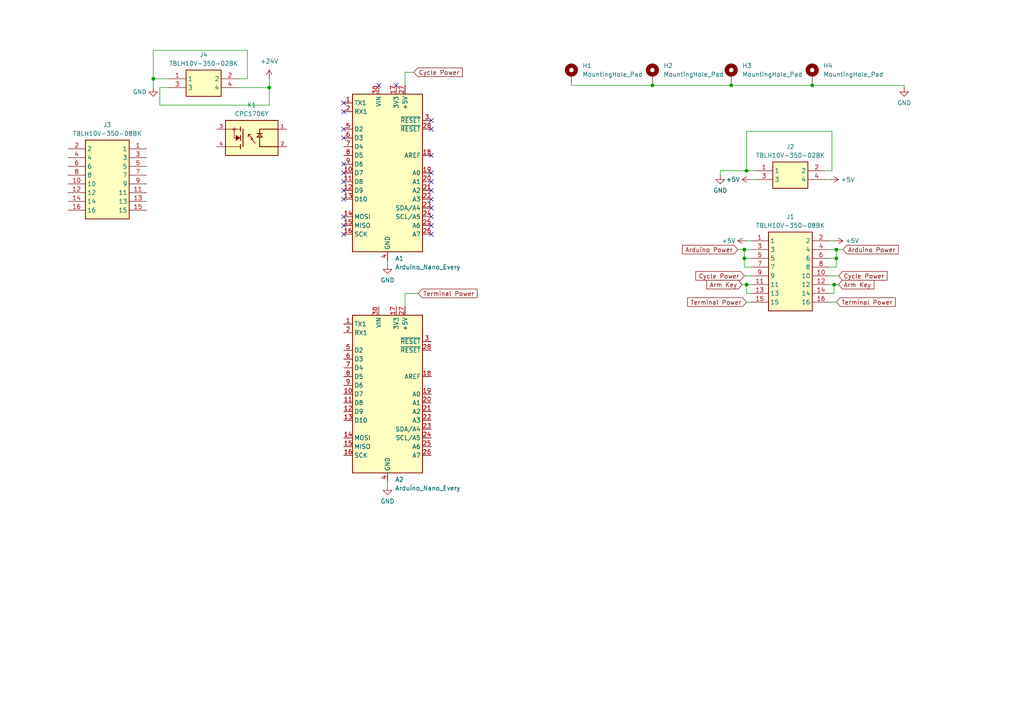
<source format=kicad_sch>
(kicad_sch (version 20230121) (generator eeschema)
  (paper "A4")
  (lib_symbols
    (symbol "CPC1706Y:CPC1706Y" (pin_names (offset 1.016))
      (property "Reference" "K" (at -7.62 5.715 0))
      (property "Value" "CPC1706Y" (at -7.62 -7.62 0))
      (symbol "CPC1706Y_0_0"
        (rectangle (start -7.62 -5.08) (end 7.62 5.08) (stroke (width 0.254)) (fill (type background)))
        (polyline (pts (xy -7.62 2.54) (xy -2.286 2.54)) (stroke (width 0.254)))
        (polyline (pts (xy -3.048 -1.27) (xy -1.524 -1.27)) (stroke (width 0.254)))
        (polyline (pts (xy -3.048 -0.254) (xy -2.286 -1.016)) (stroke (width 0.254)))
        (polyline (pts (xy -2.286 -2.54) (xy -7.62 -2.54)) (stroke (width 0.254)))
        (polyline (pts (xy -2.286 -1.27) (xy -2.286 -2.54)) (stroke (width 0.254)))
        (polyline (pts (xy -2.286 -1.016) (xy -1.524 -0.254)) (stroke (width 0.254)))
        (polyline (pts (xy -2.286 -0.254) (xy -3.048 -0.254)) (stroke (width 0.254)))
        (polyline (pts (xy -2.286 -0.254) (xy -1.524 -0.254)) (stroke (width 0.254)))
        (polyline (pts (xy -2.286 2.54) (xy -2.286 -0.254)) (stroke (width 0.254)))
        (polyline (pts (xy -1.016 1.524) (xy 0.254 0.254)) (stroke (width 0.2032)))
        (polyline (pts (xy -0.254 0.254) (xy 1.016 -1.016)) (stroke (width 0.2032)))
        (polyline (pts (xy 0.254 0.254) (xy -0.254 0.254)) (stroke (width 0.2032)))
        (polyline (pts (xy 1.016 -1.016) (xy 0.254 -1.016)) (stroke (width 0.2032)))
        (polyline (pts (xy 1.016 -1.016) (xy 1.016 -0.254)) (stroke (width 0.2032)))
        (polyline (pts (xy 2.54 2.54) (xy 2.54 -2.54)) (stroke (width 0.254)))
        (polyline (pts (xy 3.302 -2.54) (xy 3.302 -3.175)) (stroke (width 0.254)))
        (polyline (pts (xy 3.302 -1.905) (xy 3.302 -2.54)) (stroke (width 0.254)))
        (polyline (pts (xy 3.302 0) (xy 3.302 -0.762)) (stroke (width 0.254)))
        (polyline (pts (xy 3.302 0) (xy 5.08 0)) (stroke (width 0.1524)))
        (polyline (pts (xy 3.302 0.762) (xy 3.302 0)) (stroke (width 0.254)))
        (polyline (pts (xy 3.302 2.54) (xy 3.302 1.905)) (stroke (width 0.254)))
        (polyline (pts (xy 3.302 2.54) (xy 7.62 2.54)) (stroke (width 0.1524)))
        (polyline (pts (xy 3.302 3.175) (xy 3.302 2.54)) (stroke (width 0.254)))
        (polyline (pts (xy 5.08 -2.54) (xy 3.302 -2.54)) (stroke (width 0.1524)))
        (polyline (pts (xy 5.08 -2.54) (xy 7.62 -2.54)) (stroke (width 0.1524)))
        (polyline (pts (xy 5.08 0) (xy 5.08 -2.54)) (stroke (width 0.1524)))
        (polyline (pts (xy 3.556 0) (xy 4.572 0.762) (xy 4.572 -0.762) (xy 3.556 0)) (stroke (width 0.1524)) (fill (type outline)))
        (circle (center 5.08 -2.54) (radius 0.3592))
        (pin passive line (at -10.16 -2.54 0) (length 2.54) (name "~") (number "1"))
        (pin passive line (at -10.16 2.54 0) (length 2.54) (name "~") (number "2"))
        (pin passive line (at 10.16 -2.54 180) (length 2.54) (name "~") (number "3"))
        (pin passive line (at 10.16 2.54 180) (length 2.54) (name "~") (number "4"))
      )
    )
    (symbol "MCU_Module:Arduino_Nano_Every"
      (property "Reference" "A" (at -10.16 23.495 0))
      (property "Value" "Arduino_Nano_Every" (at 5.08 -24.13 0))
      (symbol "Arduino_Nano_Every_0_1"
        (rectangle (start -10.16 22.86) (end 10.16 -22.86) (stroke (width 0.254)) (fill (type background)))
      )
      (symbol "Arduino_Nano_Every_1_1"
        (pin bidirectional line (at -12.7 20.32 0) (length 2.54) (name "TX1") (number "1"))
        (pin bidirectional line (at -12.7 0 0) (length 2.54) (name "D7") (number "10"))
        (pin bidirectional line (at -12.7 -2.54 0) (length 2.54) (name "D8") (number "11"))
        (pin bidirectional line (at -12.7 -5.08 0) (length 2.54) (name "D9") (number "12"))
        (pin bidirectional line (at -12.7 -7.62 0) (length 2.54) (name "D10") (number "13"))
        (pin bidirectional line (at -12.7 -12.7 0) (length 2.54) (name "MOSI") (number "14"))
        (pin bidirectional line (at -12.7 -15.24 0) (length 2.54) (name "MISO") (number "15"))
        (pin bidirectional line (at -12.7 -17.78 0) (length 2.54) (name "SCK") (number "16"))
        (pin power_out line (at 2.54 25.4 270) (length 2.54) (name "3V3") (number "17"))
        (pin input line (at 12.7 5.08 180) (length 2.54) (name "AREF") (number "18"))
        (pin bidirectional line (at 12.7 0 180) (length 2.54) (name "A0") (number "19"))
        (pin bidirectional line (at -12.7 17.78 0) (length 2.54) (name "RX1") (number "2"))
        (pin bidirectional line (at 12.7 -2.54 180) (length 2.54) (name "A1") (number "20"))
        (pin bidirectional line (at 12.7 -5.08 180) (length 2.54) (name "A2") (number "21"))
        (pin bidirectional line (at 12.7 -7.62 180) (length 2.54) (name "A3") (number "22"))
        (pin bidirectional line (at 12.7 -10.16 180) (length 2.54) (name "SDA/A4") (number "23"))
        (pin bidirectional line (at 12.7 -12.7 180) (length 2.54) (name "SCL/A5") (number "24"))
        (pin bidirectional line (at 12.7 -15.24 180) (length 2.54) (name "A6") (number "25"))
        (pin bidirectional line (at 12.7 -17.78 180) (length 2.54) (name "A7") (number "26"))
        (pin power_out line (at 5.08 25.4 270) (length 2.54) (name "+5V") (number "27"))
        (pin input line (at 12.7 12.7 180) (length 2.54) (name "~{RESET}") (number "28"))
        (pin passive line (at 0 -25.4 90) (length 2.54) hide (name "GND") (number "29"))
        (pin input line (at 12.7 15.24 180) (length 2.54) (name "~{RESET}") (number "3"))
        (pin power_in line (at -2.54 25.4 270) (length 2.54) (name "VIN") (number "30"))
        (pin power_in line (at 0 -25.4 90) (length 2.54) (name "GND") (number "4"))
        (pin bidirectional line (at -12.7 12.7 0) (length 2.54) (name "D2") (number "5"))
        (pin bidirectional line (at -12.7 10.16 0) (length 2.54) (name "D3") (number "6"))
        (pin bidirectional line (at -12.7 7.62 0) (length 2.54) (name "D4") (number "7"))
        (pin bidirectional line (at -12.7 5.08 0) (length 2.54) (name "D5") (number "8"))
        (pin bidirectional line (at -12.7 2.54 0) (length 2.54) (name "D6") (number "9"))
      )
    )
    (symbol "Mechanical:MountingHole_Pad" (pin_numbers hide) (pin_names (offset 1.016) hide)
      (property "Reference" "H" (at 0 6.35 0))
      (property "Value" "MountingHole_Pad" (at 0 4.445 0))
      (symbol "MountingHole_Pad_0_1"
        (circle (center 0 1.27) (radius 1.27) (stroke (width 1.27)))
      )
      (symbol "MountingHole_Pad_1_1"
        (pin input line (at 0 -2.54 90) (length 2.54) (name "1") (number "1"))
      )
    )
    (symbol "TBLH10V-350-02BK:TBLH10V-350-02BK"
      (property "Reference" "J" (at 16.51 7.62 0))
      (property "Value" "TBLH10V-350-02BK" (at 16.51 5.08 0))
      (symbol "TBLH10V-350-02BK_1_1"
        (rectangle (start 5.08 2.54) (end 15.24 -5.08) (stroke (width 0.254)) (fill (type background)))
        (pin passive line (at 0 0 0) (length 5.08) (name "1") (number "1"))
        (pin passive line (at 20.32 0 180) (length 5.08) (name "2") (number "2"))
        (pin passive line (at 0 -2.54 0) (length 5.08) (name "3") (number "3"))
        (pin passive line (at 20.32 -2.54 180) (length 5.08) (name "4") (number "4"))
      )
    )
    (symbol "TBLH10V-350-08BK:TBLH10V-350-08BK"
      (property "Reference" "J" (at 19.05 7.62 0))
      (property "Value" "TBLH10V-350-08BK" (at 19.05 5.08 0))
      (symbol "TBLH10V-350-08BK_1_1"
        (rectangle (start 5.08 2.54) (end 17.78 -20.32) (stroke (width 0.254)) (fill (type background)))
        (pin passive line (at 0 0 0) (length 5.08) (name "1") (number "1"))
        (pin passive line (at 22.86 -10.16 180) (length 5.08) (name "10") (number "10"))
        (pin passive line (at 0 -12.7 0) (length 5.08) (name "11") (number "11"))
        (pin passive line (at 22.86 -12.7 180) (length 5.08) (name "12") (number "12"))
        (pin passive line (at 0 -15.24 0) (length 5.08) (name "13") (number "13"))
        (pin passive line (at 22.86 -15.24 180) (length 5.08) (name "14") (number "14"))
        (pin passive line (at 0 -17.78 0) (length 5.08) (name "15") (number "15"))
        (pin passive line (at 22.86 -17.78 180) (length 5.08) (name "16") (number "16"))
        (pin passive line (at 22.86 0 180) (length 5.08) (name "2") (number "2"))
        (pin passive line (at 0 -2.54 0) (length 5.08) (name "3") (number "3"))
        (pin passive line (at 22.86 -2.54 180) (length 5.08) (name "4") (number "4"))
        (pin passive line (at 0 -5.08 0) (length 5.08) (name "5") (number "5"))
        (pin passive line (at 22.86 -5.08 180) (length 5.08) (name "6") (number "6"))
        (pin passive line (at 0 -7.62 0) (length 5.08) (name "7") (number "7"))
        (pin passive line (at 22.86 -7.62 180) (length 5.08) (name "8") (number "8"))
        (pin passive line (at 0 -10.16 0) (length 5.08) (name "9") (number "9"))
      )
    )
    (symbol "power:+24V" (power) (pin_names (offset 0))
      (property "Value" "+24V" (at 0 3.556 0))
      (symbol "+24V_0_1"
        (polyline (pts (xy -0.762 1.27) (xy 0 2.54)))
        (polyline (pts (xy 0 0) (xy 0 2.54)))
        (polyline (pts (xy 0 2.54) (xy 0.762 1.27)))
      )
      (symbol "+24V_1_1"
        (pin power_in line (at 0 0 90) (length 0) hide (name "+24V") (number "1"))
      )
    )
    (symbol "power:+5V" (power) (pin_names (offset 0))
      (property "Value" "+5V" (at 0 3.556 0))
      (symbol "+5V_0_1"
        (polyline (pts (xy -0.762 1.27) (xy 0 2.54)))
        (polyline (pts (xy 0 0) (xy 0 2.54)))
        (polyline (pts (xy 0 2.54) (xy 0.762 1.27)))
      )
      (symbol "+5V_1_1"
        (pin power_in line (at 0 0 90) (length 0) hide (name "+5V") (number "1"))
      )
    )
    (symbol "power:GND" (power) (pin_names (offset 0))
      (property "Value" "GND" (at 0 -3.81 0))
      (symbol "GND_0_1"
        (polyline (pts (xy 0 0) (xy 0 -1.27) (xy 1.27 -1.27) (xy 0 -2.54) (xy -1.27 -1.27) (xy 0 -1.27)))
      )
      (symbol "GND_1_1"
        (pin power_in line (at 0 0 270) (length 0) hide (name "GND") (number "1"))
      )
    )
  )
  (junction (at 44.45 22.86))
  (junction (at 241.935 82.55))
  (junction (at 216.535 49.53))
  (junction (at 242.57 72.39))
  (junction (at 78.105 25.4))
  (junction (at 215.9 72.39))
  (junction (at 242.57 74.93))
  (junction (at 235.585 24.765))
  (junction (at 212.09 24.765))
  (junction (at 215.9 74.93))
  (junction (at 216.535 82.55))
  (junction (at 189.23 24.765))
  (no_connect (at 125.095 62.865))
  (no_connect (at 99.695 50.165))
  (no_connect (at 125.095 57.785))
  (no_connect (at 125.095 67.945))
  (no_connect (at 99.695 40.005))
  (no_connect (at 125.095 34.925))
  (no_connect (at 125.095 45.085))
  (no_connect (at 125.095 37.465))
  (no_connect (at 99.695 57.785))
  (no_connect (at 125.095 50.165))
  (no_connect (at 109.855 24.765))
  (no_connect (at 99.695 29.845))
  (no_connect (at 99.695 52.705))
  (no_connect (at 125.095 60.325))
  (no_connect (at 99.695 37.465))
  (no_connect (at 114.935 24.765))
  (no_connect (at 125.095 52.705))
  (no_connect (at 99.695 55.245))
  (no_connect (at 99.695 62.865))
  (no_connect (at 99.695 65.405))
  (no_connect (at 125.095 55.245))
  (no_connect (at 99.695 47.625))
  (no_connect (at 99.695 67.945))
  (no_connect (at 125.095 65.405))
  (no_connect (at 99.695 32.385))
  (wire (pts (xy 241.3 38.1) (xy 216.535 38.1)))
  (wire (pts (xy 242.57 72.39) (xy 240.665 72.39)))
  (wire (pts (xy 117.475 85.09) (xy 121.285 85.09)))
  (wire (pts (xy 244.475 72.39) (xy 242.57 72.39)))
  (wire (pts (xy 235.585 24.765) (xy 262.255 24.765)))
  (wire (pts (xy 219.075 49.53) (xy 216.535 49.53)))
  (wire (pts (xy 215.9 74.93) (xy 215.9 72.39)))
  (wire (pts (xy 217.805 77.47) (xy 215.9 77.47)))
  (wire (pts (xy 235.585 24.765) (xy 235.585 24.13)))
  (wire (pts (xy 117.475 20.955) (xy 117.475 24.765)))
  (wire (pts (xy 240.665 80.01) (xy 243.205 80.01)))
  (wire (pts (xy 216.535 69.85) (xy 217.805 69.85)))
  (wire (pts (xy 216.535 38.1) (xy 216.535 49.53)))
  (wire (pts (xy 240.665 74.93) (xy 242.57 74.93)))
  (wire (pts (xy 241.935 69.85) (xy 240.665 69.85)))
  (wire (pts (xy 242.57 74.93) (xy 242.57 72.39)))
  (wire (pts (xy 46.355 30.48) (xy 78.105 30.48)))
  (wire (pts (xy 240.665 77.47) (xy 242.57 77.47)))
  (wire (pts (xy 216.535 85.09) (xy 216.535 82.55)))
  (wire (pts (xy 242.57 87.63) (xy 240.665 87.63)))
  (wire (pts (xy 241.3 49.53) (xy 241.3 38.1)))
  (wire (pts (xy 48.895 22.86) (xy 44.45 22.86)))
  (wire (pts (xy 216.535 87.63) (xy 217.805 87.63)))
  (wire (pts (xy 165.735 24.765) (xy 189.23 24.765)))
  (wire (pts (xy 217.805 85.09) (xy 216.535 85.09)))
  (wire (pts (xy 215.265 82.55) (xy 216.535 82.55)))
  (wire (pts (xy 262.255 24.765) (xy 262.255 25.4)))
  (wire (pts (xy 112.395 139.7) (xy 112.395 140.97)))
  (wire (pts (xy 112.395 75.565) (xy 112.395 76.835)))
  (wire (pts (xy 120.015 20.955) (xy 117.475 20.955)))
  (wire (pts (xy 217.805 74.93) (xy 215.9 74.93)))
  (wire (pts (xy 213.995 72.39) (xy 215.9 72.39)))
  (wire (pts (xy 216.535 49.53) (xy 208.915 49.53)))
  (wire (pts (xy 212.09 24.765) (xy 212.09 24.13)))
  (wire (pts (xy 208.915 49.53) (xy 208.915 50.8)))
  (wire (pts (xy 117.475 85.09) (xy 117.475 88.9)))
  (wire (pts (xy 78.105 22.86) (xy 78.105 25.4)))
  (wire (pts (xy 215.9 72.39) (xy 217.805 72.39)))
  (wire (pts (xy 239.395 49.53) (xy 241.3 49.53)))
  (wire (pts (xy 216.535 82.55) (xy 217.805 82.55)))
  (wire (pts (xy 44.45 14.605) (xy 44.45 22.86)))
  (wire (pts (xy 69.215 25.4) (xy 78.105 25.4)))
  (wire (pts (xy 215.9 77.47) (xy 215.9 74.93)))
  (wire (pts (xy 78.105 25.4) (xy 78.105 30.48)))
  (wire (pts (xy 240.665 52.07) (xy 239.395 52.07)))
  (wire (pts (xy 217.805 80.01) (xy 215.9 80.01)))
  (wire (pts (xy 241.935 82.55) (xy 243.205 82.55)))
  (wire (pts (xy 44.45 22.86) (xy 44.45 25.4)))
  (wire (pts (xy 165.735 24.765) (xy 165.735 24.13)))
  (wire (pts (xy 189.23 24.765) (xy 189.23 24.13)))
  (wire (pts (xy 46.355 25.4) (xy 46.355 30.48)))
  (wire (pts (xy 242.57 77.47) (xy 242.57 74.93)))
  (wire (pts (xy 71.755 14.605) (xy 44.45 14.605)))
  (wire (pts (xy 48.895 25.4) (xy 46.355 25.4)))
  (wire (pts (xy 189.23 24.765) (xy 212.09 24.765)))
  (wire (pts (xy 241.935 85.09) (xy 241.935 82.55)))
  (wire (pts (xy 240.665 85.09) (xy 241.935 85.09)))
  (wire (pts (xy 71.755 22.86) (xy 71.755 14.605)))
  (wire (pts (xy 212.09 24.765) (xy 235.585 24.765)))
  (wire (pts (xy 217.805 52.07) (xy 219.075 52.07)))
  (wire (pts (xy 240.665 82.55) (xy 241.935 82.55)))
  (wire (pts (xy 69.215 22.86) (xy 71.755 22.86)))
  (global_label "Terminal Power" (shape input) (at 216.535 87.63 180) (property "Intersheetrefs" "${INTERSHEET_REFS}" (effects hide)))
  (global_label "Terminal Power" (shape input) (at 242.57 87.63 0) (property "Intersheetrefs" "${INTERSHEET_REFS}" (effects hide)))
  (global_label "Terminal Power" (shape input) (at 121.285 85.09 0) (property "Intersheetrefs" "${INTERSHEET_REFS}" (effects hide)))
  (global_label "Arm Key" (shape input) (at 215.265 82.55 180) (property "Intersheetrefs" "${INTERSHEET_REFS}" (effects hide)))
  (global_label "Arduino Power" (shape input) (at 244.475 72.39 0) (property "Intersheetrefs" "${INTERSHEET_REFS}" (effects hide)))
  (global_label "Cycle Power" (shape input) (at 215.9 80.01 180) (property "Intersheetrefs" "${INTERSHEET_REFS}" (effects hide)))
  (global_label "Cycle Power" (shape input) (at 243.205 80.01 0) (property "Intersheetrefs" "${INTERSHEET_REFS}" (effects hide)))
  (global_label "Arm Key" (shape input) (at 243.205 82.55 0) (property "Intersheetrefs" "${INTERSHEET_REFS}" (effects hide)))
  (global_label "Arduino Power" (shape input) (at 213.995 72.39 180) (property "Intersheetrefs" "${INTERSHEET_REFS}" (effects hide)))
  (global_label "Cycle Power" (shape input) (at 120.015 20.955 0) (property "Intersheetrefs" "${INTERSHEET_REFS}" (effects hide)))
  (symbol (lib_id "TBLH10V-350-02BK:TBLH10V-350-02BK") (at 219.075 49.53 0) (unit 1)
    (property "Reference" "J2" (at 229.235 42.545 0))
    (property "Value" "TBLH10V-350-02BK" (at 229.235 45.085 0))
    (property "Footprint" "RHDR4W80P550X350_2X2_770X850X1420P" (effects hide))
    (property "Datasheet" "https://datasheet.datasheetarchive.com/originals/distributors/Datasheets_SAMA/62bf51551d5aebf1740722b2eb166d63.pdf" (effects hide))
    (property "Height" "14.2" (effects hide))
    (property "Mouser Part Number" "490-TBLH10V-350-02BK" (effects hide))
    (property "Mouser Price/Stock" "https://www.mouser.co.uk/ProductDetail/CUI-Devices/TBLH10V-350-02BK?qs=UXgszm6BlbHhb3E%252BatV8QQ%3D%3D" (effects hide))
    (property "Manufacturer_Name" "CUI Devices" (effects hide))
    (property "Manufacturer_Part_Number" "TBLH10V-350-02BK" (effects hide))
  )
  (symbol (lib_id "TBLH10V-350-08BK:TBLH10V-350-08BK") (at 217.805 69.85 0) (unit 1)
    (property "Reference" "J1" (at 229.235 62.865 0))
    (property "Value" "TBLH10V-350-08BK" (at 229.235 65.405 0))
    (property "Footprint" "RHDR16W80P550X350_2X8_2870X850X1420P" (effects hide))
    (property "Datasheet" "https://datasheet.datasheetarchive.com/originals/distributors/Datasheets_SAMA/62bf51551d5aebf1740722b2eb166d63.pdf" (effects hide))
    (property "Height" "14.2" (effects hide))
    (property "Mouser Part Number" "490-TBLH10V-350-08BK" (effects hide))
    (property "Mouser Price/Stock" "https://www.mouser.co.uk/ProductDetail/CUI-Devices/TBLH10V-350-08BK?qs=UXgszm6BlbG3AKcoQWgT3Q%3D%3D" (effects hide))
    (property "Manufacturer_Name" "CUI Devices" (effects hide))
    (property "Manufacturer_Part_Number" "TBLH10V-350-08BK" (effects hide))
  )
  (symbol (lib_id "power:GND") (at 112.395 76.835 0) (unit 1)
    (property "Reference" "#PWR02" (effects hide))
    (property "Value" "GND" (at 112.395 81.28 0))
  )
  (symbol (lib_id "power:GND") (at 112.395 140.97 0) (unit 1)
    (property "Reference" "#PWR03" (effects hide))
    (property "Value" "GND" (at 112.395 145.415 0))
  )
  (symbol (lib_id "Mechanical:MountingHole_Pad") (at 235.585 21.59 0) (unit 1)
    (property "Reference" "H4" (at 238.76 19.05 0) (effects (justify left)))
    (property "Value" "MountingHole_Pad" (at 238.76 21.59 0) (effects (justify left)))
  )
  (symbol (lib_id "power:+5V") (at 240.665 52.07 270) (unit 1)
    (property "Reference" "#PWR09" (effects hide))
    (property "Value" "+5V" (at 243.84 52.07 90) (effects (justify left)))
  )
  (symbol (lib_id "Mechanical:MountingHole_Pad") (at 189.23 21.59 0) (unit 1)
    (property "Reference" "H2" (at 192.405 19.05 0) (effects (justify left)))
    (property "Value" "MountingHole_Pad" (at 192.405 21.59 0) (effects (justify left)))
  )
  (symbol (lib_id "power:+24V") (at 78.105 22.86 0) (unit 1)
    (property "Reference" "#PWR05" (effects hide))
    (property "Value" "+24V" (at 78.105 17.78 0))
  )
  (symbol (lib_id "CPC1706Y:CPC1706Y") (at 73.025 40.005 180) (unit 1)
    (property "Reference" "K1" (at 73.025 30.48 0))
    (property "Value" "CPC1706Y" (at 73.025 33.02 0))
    (property "Footprint" "CPC1706Y:RELAY_CPC1706Y" (effects hide))
    (property "STANDARD" "Manufacturer Recommendations" (effects hide))
    (property "MANUFACTURER" "IXYS" (effects hide))
  )
  (symbol (lib_id "Mechanical:MountingHole_Pad") (at 212.09 21.59 0) (unit 1)
    (property "Reference" "H3" (at 215.265 19.05 0) (effects (justify left)))
    (property "Value" "MountingHole_Pad" (at 215.265 21.59 0) (effects (justify left)))
  )
  (symbol (lib_id "MCU_Module:Arduino_Nano_Every") (at 112.395 114.3 0) (unit 1)
    (property "Reference" "A2" (at 114.5891 139.065 0) (effects (justify left)))
    (property "Value" "Arduino_Nano_Every" (at 114.5891 141.605 0) (effects (justify left)))
    (property "Footprint" "Module:Arduino_Nano" (effects hide))
    (property "Datasheet" "https://content.arduino.cc/assets/NANOEveryV3.0_sch.pdf" (effects hide))
  )
  (symbol (lib_id "MCU_Module:Arduino_Nano_Every") (at 112.395 50.165 0) (unit 1)
    (property "Reference" "A1" (at 114.5891 74.93 0) (effects (justify left)))
    (property "Value" "Arduino_Nano_Every" (at 114.5891 77.47 0) (effects (justify left)))
    (property "Footprint" "Module:Arduino_Nano" (effects hide))
    (property "Datasheet" "https://content.arduino.cc/assets/NANOEveryV3.0_sch.pdf" (effects hide))
  )
  (symbol (lib_id "Mechanical:MountingHole_Pad") (at 165.735 21.59 0) (unit 1)
    (property "Reference" "H1" (at 168.91 19.05 0) (effects (justify left)))
    (property "Value" "MountingHole_Pad" (at 168.91 21.59 0) (effects (justify left)))
  )
  (symbol (lib_id "power:+5V") (at 241.935 69.85 270) (unit 1)
    (property "Reference" "#PWR07" (effects hide))
    (property "Value" "+5V" (at 245.11 69.85 90) (effects (justify left)))
  )
  (symbol (lib_id "TBLH10V-350-02BK:TBLH10V-350-02BK") (at 48.895 22.86 0) (unit 1)
    (property "Reference" "J4" (at 59.055 15.875 0))
    (property "Value" "TBLH10V-350-02BK" (at 59.055 18.415 0))
    (property "Footprint" "RHDR4W80P550X350_2X2_770X850X1420P" (effects hide))
    (property "Datasheet" "https://datasheet.datasheetarchive.com/originals/distributors/Datasheets_SAMA/62bf51551d5aebf1740722b2eb166d63.pdf" (effects hide))
    (property "Height" "14.2" (effects hide))
    (property "Mouser Part Number" "490-TBLH10V-350-02BK" (effects hide))
    (property "Mouser Price/Stock" "https://www.mouser.co.uk/ProductDetail/CUI-Devices/TBLH10V-350-02BK?qs=UXgszm6BlbHhb3E%252BatV8QQ%3D%3D" (effects hide))
    (property "Manufacturer_Name" "CUI Devices" (effects hide))
    (property "Manufacturer_Part_Number" "TBLH10V-350-02BK" (effects hide))
  )
  (symbol (lib_id "TBLH10V-350-08BK:TBLH10V-350-08BK") (at 42.545 43.18 0) (mirror y) (unit 1)
    (property "Reference" "J3" (at 31.115 36.195 0))
    (property "Value" "TBLH10V-350-08BK" (at 31.115 38.735 0))
    (property "Footprint" "RHDR16W80P550X350_2X8_2870X850X1420P" (effects hide))
    (property "Datasheet" "https://datasheet.datasheetarchive.com/originals/distributors/Datasheets_SAMA/62bf51551d5aebf1740722b2eb166d63.pdf" (effects hide))
    (property "Height" "14.2" (effects hide))
    (property "Mouser Part Number" "490-TBLH10V-350-08BK" (effects hide))
    (property "Mouser Price/Stock" "https://www.mouser.co.uk/ProductDetail/CUI-Devices/TBLH10V-350-08BK?qs=UXgszm6BlbG3AKcoQWgT3Q%3D%3D" (effects hide))
    (property "Manufacturer_Name" "CUI Devices" (effects hide))
    (property "Manufacturer_Part_Number" "TBLH10V-350-08BK" (effects hide))
  )
  (symbol (lib_id "power:GND") (at 262.255 25.4 0) (unit 1)
    (property "Reference" "#PWR010" (effects hide))
    (property "Value" "GND" (at 262.255 29.845 0))
  )
  (symbol (lib_id "power:GND") (at 44.45 25.4 0) (unit 1)
    (property "Reference" "#PWR04" (effects hide))
    (property "Value" "GND" (at 40.513 26.67 0))
  )
  (symbol (lib_id "power:+5V") (at 217.805 52.07 90) (mirror x) (unit 1)
    (property "Reference" "#PWR08" (effects hide))
    (property "Value" "+5V" (at 214.63 52.07 90) (effects (justify left)))
  )
  (symbol (lib_id "power:GND") (at 208.915 50.8 0) (unit 1)
    (property "Reference" "#PWR01" (effects hide))
    (property "Value" "GND" (at 208.915 55.245 0))
  )
  (symbol (lib_id "power:+5V") (at 216.535 69.85 90) (mirror x) (unit 1)
    (property "Reference" "#PWR06" (effects hide))
    (property "Value" "+5V" (at 213.36 69.85 90) (effects (justify left)))
  )
)
</source>
